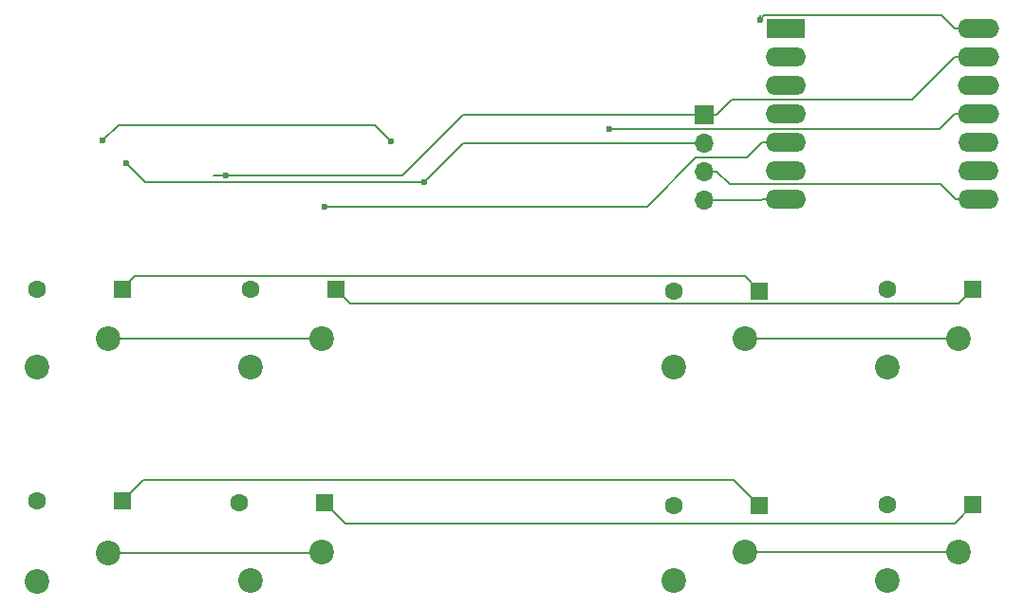
<source format=gbr>
%TF.GenerationSoftware,KiCad,Pcbnew,9.0.7*%
%TF.CreationDate,2026-02-18T12:12:19+05:30*%
%TF.ProjectId,RenPad,52656e50-6164-42e6-9b69-6361645f7063,rev?*%
%TF.SameCoordinates,Original*%
%TF.FileFunction,Copper,L1,Top*%
%TF.FilePolarity,Positive*%
%FSLAX46Y46*%
G04 Gerber Fmt 4.6, Leading zero omitted, Abs format (unit mm)*
G04 Created by KiCad (PCBNEW 9.0.7) date 2026-02-18 12:12:19*
%MOMM*%
%LPD*%
G01*
G04 APERTURE LIST*
G04 Aperture macros list*
%AMRoundRect*
0 Rectangle with rounded corners*
0 $1 Rounding radius*
0 $2 $3 $4 $5 $6 $7 $8 $9 X,Y pos of 4 corners*
0 Add a 4 corners polygon primitive as box body*
4,1,4,$2,$3,$4,$5,$6,$7,$8,$9,$2,$3,0*
0 Add four circle primitives for the rounded corners*
1,1,$1+$1,$2,$3*
1,1,$1+$1,$4,$5*
1,1,$1+$1,$6,$7*
1,1,$1+$1,$8,$9*
0 Add four rect primitives between the rounded corners*
20,1,$1+$1,$2,$3,$4,$5,0*
20,1,$1+$1,$4,$5,$6,$7,0*
20,1,$1+$1,$6,$7,$8,$9,0*
20,1,$1+$1,$8,$9,$2,$3,0*%
G04 Aperture macros list end*
%TA.AperFunction,ComponentPad*%
%ADD10RoundRect,0.250000X0.550000X0.550000X-0.550000X0.550000X-0.550000X-0.550000X0.550000X-0.550000X0*%
%TD*%
%TA.AperFunction,ComponentPad*%
%ADD11C,1.600000*%
%TD*%
%TA.AperFunction,ComponentPad*%
%ADD12C,2.200000*%
%TD*%
%TA.AperFunction,ComponentPad*%
%ADD13R,1.700000X1.700000*%
%TD*%
%TA.AperFunction,ComponentPad*%
%ADD14O,1.700000X1.700000*%
%TD*%
%TA.AperFunction,ComponentPad*%
%ADD15R,3.500000X1.700000*%
%TD*%
%TA.AperFunction,ComponentPad*%
%ADD16O,3.600000X1.700000*%
%TD*%
%TA.AperFunction,ComponentPad*%
%ADD17O,3.700000X1.700000*%
%TD*%
%TA.AperFunction,ViaPad*%
%ADD18C,0.600000*%
%TD*%
%TA.AperFunction,Conductor*%
%ADD19C,0.200000*%
%TD*%
G04 APERTURE END LIST*
D10*
%TO.P,D7,1,K*%
%TO.N,/COL2*%
X167818400Y-97916000D03*
D11*
%TO.P,D7,2,A*%
%TO.N,Net-(D7-A)*%
X160198400Y-97916000D03*
%TD*%
D12*
%TO.P,SW1,1,1*%
%TO.N,/ROW0*%
X109696300Y-83026200D03*
%TO.P,SW1,2,2*%
%TO.N,Net-(D1-A)*%
X103346300Y-85566200D03*
%TD*%
%TO.P,SW4,1,1*%
%TO.N,/ROW0*%
X128746300Y-102076200D03*
%TO.P,SW4,2,2*%
%TO.N,Net-(D4-A)*%
X122396300Y-104616200D03*
%TD*%
D10*
%TO.P,D3,1,K*%
%TO.N,/COL2*%
X110966300Y-97490000D03*
D11*
%TO.P,D3,2,A*%
%TO.N,Net-(D3-A)*%
X103346300Y-97490000D03*
%TD*%
D12*
%TO.P,SW5,1,1*%
%TO.N,/ROW1*%
X166528800Y-83026200D03*
%TO.P,SW5,2,2*%
%TO.N,Net-(D5-A)*%
X160178800Y-85566200D03*
%TD*%
D10*
%TO.P,D2,1,K*%
%TO.N,/COL1*%
X130016300Y-78581200D03*
D11*
%TO.P,D2,2,A*%
%TO.N,Net-(D2-A)*%
X122396300Y-78581200D03*
%TD*%
D12*
%TO.P,SW6,1,1*%
%TO.N,/ROW1*%
X185578800Y-83026200D03*
%TO.P,SW6,2,2*%
%TO.N,Net-(D6-A)*%
X179228800Y-85566200D03*
%TD*%
D13*
%TO.P,J1,1,Pin_1*%
%TO.N,GND*%
X162871300Y-62980000D03*
D14*
%TO.P,J1,2,Pin_2*%
%TO.N,+5V*%
X162871300Y-65520000D03*
%TO.P,J1,3,Pin_3*%
%TO.N,/SCL*%
X162871300Y-68060000D03*
%TO.P,J1,4,Pin_4*%
%TO.N,/SDA*%
X162871300Y-70600000D03*
%TD*%
D10*
%TO.P,D8,1,K*%
%TO.N,/COL3*%
X186876600Y-97844800D03*
D11*
%TO.P,D8,2,A*%
%TO.N,Net-(D8-A)*%
X179256600Y-97844800D03*
%TD*%
D12*
%TO.P,SW2,1,1*%
%TO.N,/ROW0*%
X128746300Y-83026200D03*
%TO.P,SW2,2,2*%
%TO.N,Net-(D2-A)*%
X122396300Y-85566200D03*
%TD*%
D10*
%TO.P,D1,1,K*%
%TO.N,/COL0*%
X110966300Y-78581200D03*
D11*
%TO.P,D1,2,A*%
%TO.N,Net-(D1-A)*%
X103346300Y-78581200D03*
%TD*%
D12*
%TO.P,SW3,1,1*%
%TO.N,/ROW0*%
X109709700Y-102108400D03*
%TO.P,SW3,2,2*%
%TO.N,Net-(D3-A)*%
X103359700Y-104648400D03*
%TD*%
%TO.P,SW8,1,1*%
%TO.N,/ROW1*%
X185573300Y-102069200D03*
%TO.P,SW8,2,2*%
%TO.N,Net-(D8-A)*%
X179223300Y-104609200D03*
%TD*%
D10*
%TO.P,D5,1,K*%
%TO.N,/COL0*%
X167826600Y-78723600D03*
D11*
%TO.P,D5,2,A*%
%TO.N,Net-(D5-A)*%
X160206600Y-78723600D03*
%TD*%
D12*
%TO.P,SW7,1,1*%
%TO.N,/ROW1*%
X166537800Y-102077100D03*
%TO.P,SW7,2,2*%
%TO.N,Net-(D7-A)*%
X160187800Y-104617100D03*
%TD*%
D10*
%TO.P,D4,1,K*%
%TO.N,/COL3*%
X129063800Y-97631200D03*
D11*
%TO.P,D4,2,A*%
%TO.N,Net-(D4-A)*%
X121443800Y-97631200D03*
%TD*%
D10*
%TO.P,D6,1,K*%
%TO.N,/COL1*%
X186888800Y-78557500D03*
D11*
%TO.P,D6,2,A*%
%TO.N,Net-(D6-A)*%
X179268800Y-78557500D03*
%TD*%
D15*
%TO.P,U1,1,GPIO26/ADC0/A0*%
%TO.N,/COL0*%
X170141400Y-55306600D03*
D16*
%TO.P,U1,2,GPIO27/ADC1/A1*%
%TO.N,/COL1*%
X170141400Y-57846600D03*
%TO.P,U1,3,GPIO28/ADC2/A2*%
%TO.N,/COL2*%
X170141400Y-60386600D03*
%TO.P,U1,4,GPIO29/ADC3/A3*%
%TO.N,/COL3*%
X170141400Y-62926600D03*
%TO.P,U1,5,GPIO6/SDA*%
%TO.N,/ROW0*%
X170141400Y-65466600D03*
%TO.P,U1,6,GPIO7/SCL*%
%TO.N,/ROW1*%
X170141400Y-68006600D03*
%TO.P,U1,7,GPIO0/TX*%
%TO.N,/SDA*%
X170141400Y-70546600D03*
%TO.P,U1,8,GPIO1/RX*%
%TO.N,/SCL*%
X187391400Y-70546600D03*
%TO.P,U1,9,GPIO2/SCK*%
%TO.N,unconnected-(U1-GPIO2{slash}SCK-Pad9)*%
X187391400Y-68006600D03*
%TO.P,U1,10,GPIO4/MISO*%
%TO.N,unconnected-(U1-GPIO4{slash}MISO-Pad10)*%
X187391400Y-65466600D03*
D17*
%TO.P,U1,11,GPIO3/MOSI*%
%TO.N,Net-(D9-DIN)*%
X187391400Y-62926600D03*
%TO.P,U1,12,3V3*%
%TO.N,+3V3*%
X187391400Y-60386600D03*
%TO.P,U1,13,GND*%
%TO.N,GND*%
X187391400Y-57846600D03*
%TO.P,U1,14,VBUS*%
%TO.N,+5V*%
X187391400Y-55306600D03*
%TD*%
D18*
%TO.N,GND*%
X120203800Y-68400400D03*
%TO.N,Net-(D9-DIN)*%
X154414100Y-64250000D03*
%TO.N,+5V*%
X137888800Y-69010700D03*
X167880100Y-54541200D03*
X111361300Y-67306700D03*
%TO.N,Net-(D11-DOUT)*%
X109250200Y-65304800D03*
X134941300Y-65371400D03*
%TO.N,/ROW0*%
X129046300Y-71186600D03*
%TD*%
D19*
%TO.N,/COL0*%
X112134700Y-77412800D02*
X110966300Y-78581200D01*
X166515800Y-77412800D02*
X112134700Y-77412800D01*
X167826600Y-78723600D02*
X166515800Y-77412800D01*
%TO.N,/COL1*%
X185592300Y-79854000D02*
X131289100Y-79854000D01*
X131289100Y-79854000D02*
X130016300Y-78581200D01*
X186888800Y-78557500D02*
X185592300Y-79854000D01*
%TO.N,/COL2*%
X110966300Y-97490000D02*
X112867300Y-95589000D01*
X112867300Y-95589000D02*
X165491400Y-95589000D01*
X165491400Y-95589000D02*
X167818400Y-97916000D01*
%TO.N,/COL3*%
X186876600Y-97844800D02*
X185247000Y-99474400D01*
X185247000Y-99474400D02*
X130907000Y-99474400D01*
X130907000Y-99474400D02*
X129063800Y-97631200D01*
%TO.N,GND*%
X141384600Y-62980000D02*
X162871300Y-62980000D01*
X120203800Y-68400400D02*
X119103500Y-68400400D01*
X135964200Y-68400400D02*
X141384600Y-62980000D01*
X164023000Y-62980000D02*
X165336300Y-61666700D01*
X120203800Y-68400400D02*
X135964200Y-68400400D01*
X186391400Y-57846600D02*
X185239700Y-57846600D01*
X162871300Y-62980000D02*
X164023000Y-62980000D01*
X119103500Y-68400400D02*
X120203800Y-68400400D01*
X181419600Y-61666700D02*
X185239700Y-57846600D01*
X165336300Y-61666700D02*
X181419600Y-61666700D01*
%TO.N,Net-(D9-DIN)*%
X154414100Y-64249900D02*
X154414100Y-64250000D01*
X183916400Y-64249900D02*
X154414100Y-64249900D01*
X185239700Y-62926600D02*
X183916400Y-64249900D01*
X154414100Y-64249900D02*
X154414100Y-64250000D01*
X154414100Y-64250000D02*
X154414100Y-64249900D01*
X186391400Y-62926600D02*
X185239700Y-62926600D01*
%TO.N,+5V*%
X186391400Y-55306600D02*
X185239700Y-55306600D01*
X111361300Y-67306700D02*
X113065300Y-69010700D01*
X167880100Y-54541200D02*
X167880100Y-54154900D01*
X185239700Y-55306600D02*
X184088000Y-54154900D01*
X113065300Y-69010700D02*
X137888800Y-69010700D01*
X168266400Y-54154900D02*
X167880100Y-54541200D01*
X167880100Y-54154900D02*
X167880100Y-54541200D01*
X184088000Y-54154900D02*
X168266400Y-54154900D01*
X137888800Y-69010700D02*
X141379500Y-65520000D01*
X141379500Y-65520000D02*
X162871300Y-65520000D01*
%TO.N,Net-(D11-DOUT)*%
X109250200Y-65304800D02*
X110645900Y-63909100D01*
X110645900Y-63909100D02*
X133479000Y-63909100D01*
X133479000Y-63909100D02*
X134941300Y-65371400D01*
%TO.N,/SDA*%
X162871300Y-70600000D02*
X167986300Y-70600000D01*
X167986300Y-70600000D02*
X168039700Y-70546600D01*
X171141400Y-70546600D02*
X168039700Y-70546600D01*
%TO.N,/SCL*%
X165174700Y-69211700D02*
X183954800Y-69211700D01*
X162871300Y-68060000D02*
X164023000Y-68060000D01*
X186391400Y-70546600D02*
X185289700Y-70546600D01*
X164023000Y-68060000D02*
X165174700Y-69211700D01*
X183954800Y-69211700D02*
X185289700Y-70546600D01*
%TO.N,/ROW0*%
X162169300Y-66790000D02*
X166716300Y-66790000D01*
X166716300Y-66790000D02*
X168039700Y-65466600D01*
X109696300Y-83026200D02*
X128746300Y-83026200D01*
X109709700Y-102108400D02*
X128714100Y-102108400D01*
X171141400Y-65466600D02*
X168039700Y-65466600D01*
X157772700Y-71186600D02*
X162169300Y-66790000D01*
X128714100Y-102108400D02*
X128746300Y-102076200D01*
X129046300Y-71186600D02*
X157772700Y-71186600D01*
%TO.N,/ROW1*%
X185578800Y-83026200D02*
X166528800Y-83026200D01*
X166545700Y-102069200D02*
X166537800Y-102077100D01*
X185573300Y-102069200D02*
X166545700Y-102069200D01*
%TD*%
M02*

</source>
